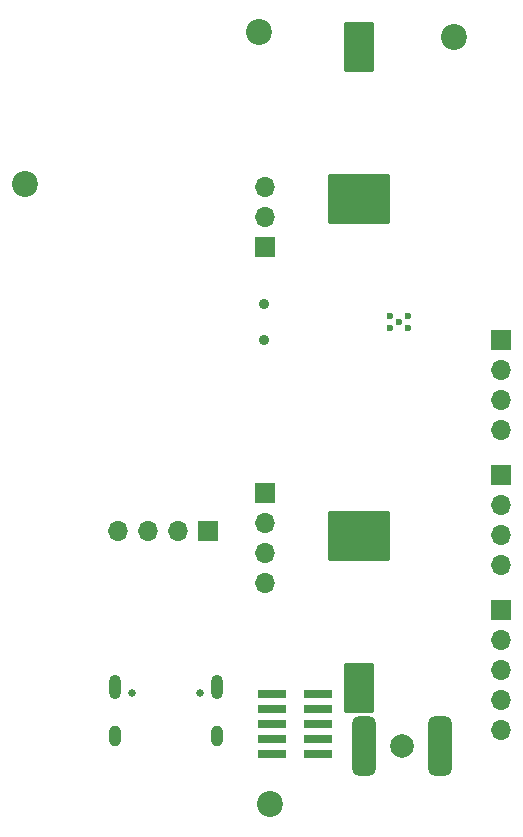
<source format=gbr>
%TF.GenerationSoftware,KiCad,Pcbnew,8.0.1*%
%TF.CreationDate,2024-07-17T16:46:35-04:00*%
%TF.ProjectId,Tiny4FSK,54696e79-3446-4534-9b2e-6b696361645f,rev?*%
%TF.SameCoordinates,Original*%
%TF.FileFunction,Soldermask,Bot*%
%TF.FilePolarity,Negative*%
%FSLAX46Y46*%
G04 Gerber Fmt 4.6, Leading zero omitted, Abs format (unit mm)*
G04 Created by KiCad (PCBNEW 8.0.1) date 2024-07-17 16:46:35*
%MOMM*%
%LPD*%
G01*
G04 APERTURE LIST*
G04 Aperture macros list*
%AMRoundRect*
0 Rectangle with rounded corners*
0 $1 Rounding radius*
0 $2 $3 $4 $5 $6 $7 $8 $9 X,Y pos of 4 corners*
0 Add a 4 corners polygon primitive as box body*
4,1,4,$2,$3,$4,$5,$6,$7,$8,$9,$2,$3,0*
0 Add four circle primitives for the rounded corners*
1,1,$1+$1,$2,$3*
1,1,$1+$1,$4,$5*
1,1,$1+$1,$6,$7*
1,1,$1+$1,$8,$9*
0 Add four rect primitives between the rounded corners*
20,1,$1+$1,$2,$3,$4,$5,0*
20,1,$1+$1,$4,$5,$6,$7,0*
20,1,$1+$1,$6,$7,$8,$9,0*
20,1,$1+$1,$8,$9,$2,$3,0*%
G04 Aperture macros list end*
%ADD10R,1.700000X1.700000*%
%ADD11O,1.700000X1.700000*%
%ADD12C,0.650000*%
%ADD13O,1.000000X2.100000*%
%ADD14O,1.000000X1.800000*%
%ADD15C,2.200000*%
%ADD16C,0.600000*%
%ADD17C,2.000000*%
%ADD18RoundRect,0.500000X0.500000X2.000000X-0.500000X2.000000X-0.500000X-2.000000X0.500000X-2.000000X0*%
%ADD19C,0.900000*%
%ADD20RoundRect,0.102000X1.170000X-1.980000X1.170000X1.980000X-1.170000X1.980000X-1.170000X-1.980000X0*%
%ADD21RoundRect,0.102000X2.540000X-1.980000X2.540000X1.980000X-2.540000X1.980000X-2.540000X-1.980000X0*%
%ADD22RoundRect,0.102000X-2.540000X1.980000X-2.540000X-1.980000X2.540000X-1.980000X2.540000X1.980000X0*%
%ADD23RoundRect,0.102000X-1.170000X1.980000X-1.170000X-1.980000X1.170000X-1.980000X1.170000X1.980000X0*%
%ADD24R,2.400000X0.740000*%
G04 APERTURE END LIST*
D10*
%TO.C,J8*%
X137491300Y-87496215D03*
D11*
X134951300Y-87496215D03*
X132411300Y-87496215D03*
X129871300Y-87496215D03*
%TD*%
D12*
%TO.C,J3*%
X131036776Y-101155139D03*
X136816776Y-101155139D03*
D13*
X129606776Y-100655139D03*
D14*
X129606776Y-104835139D03*
D13*
X138246776Y-100655139D03*
D14*
X138246776Y-104835139D03*
%TD*%
D15*
%TO.C,H4*%
X142740304Y-110576559D03*
%TD*%
%TO.C,H2*%
X158250000Y-45600000D03*
%TD*%
D10*
%TO.C,J4*%
X142250000Y-84210000D03*
D11*
X142250000Y-86750000D03*
X142250000Y-89290000D03*
X142250000Y-91830000D03*
%TD*%
D10*
%TO.C,J5*%
X162250000Y-82700000D03*
D11*
X162250000Y-85240000D03*
X162250000Y-87780000D03*
X162250000Y-90320000D03*
%TD*%
D15*
%TO.C,H3*%
X122000000Y-58050000D03*
%TD*%
%TO.C,H1*%
X141750000Y-45250000D03*
%TD*%
D10*
%TO.C,J6*%
X142294431Y-63452157D03*
D11*
X142294431Y-60912157D03*
X142294431Y-58372157D03*
%TD*%
D16*
%TO.C,U6*%
X154385000Y-69255000D03*
X152885000Y-69255000D03*
X153635000Y-69755000D03*
X154385000Y-70255000D03*
X152885000Y-70255000D03*
%TD*%
D17*
%TO.C,AE2*%
X153911023Y-105665790D03*
D18*
X150696023Y-105665790D03*
X157126023Y-105665790D03*
%TD*%
D10*
%TO.C,J2*%
X162250000Y-71250000D03*
D11*
X162250000Y-73790000D03*
X162250000Y-76330000D03*
X162250000Y-78870000D03*
%TD*%
D10*
%TO.C,J7*%
X162250000Y-94175000D03*
D11*
X162250000Y-96715000D03*
X162250000Y-99255000D03*
X162250000Y-101795000D03*
X162250000Y-104335000D03*
%TD*%
D19*
%TO.C,SW2*%
X142189224Y-71250085D03*
X142189224Y-68250085D03*
%TD*%
D20*
%TO.C,BT1*%
X150250000Y-100750000D03*
D21*
X150250000Y-87900000D03*
D22*
X150250000Y-59325000D03*
D23*
X150250000Y-46475000D03*
%TD*%
D24*
%TO.C,J1*%
X146750000Y-101250000D03*
X142850000Y-101250000D03*
X146750000Y-102520000D03*
X142850000Y-102520000D03*
X146750000Y-103790000D03*
X142850000Y-103790000D03*
X146750000Y-105060000D03*
X142850000Y-105060000D03*
X146750000Y-106330000D03*
X142850000Y-106330000D03*
%TD*%
M02*

</source>
